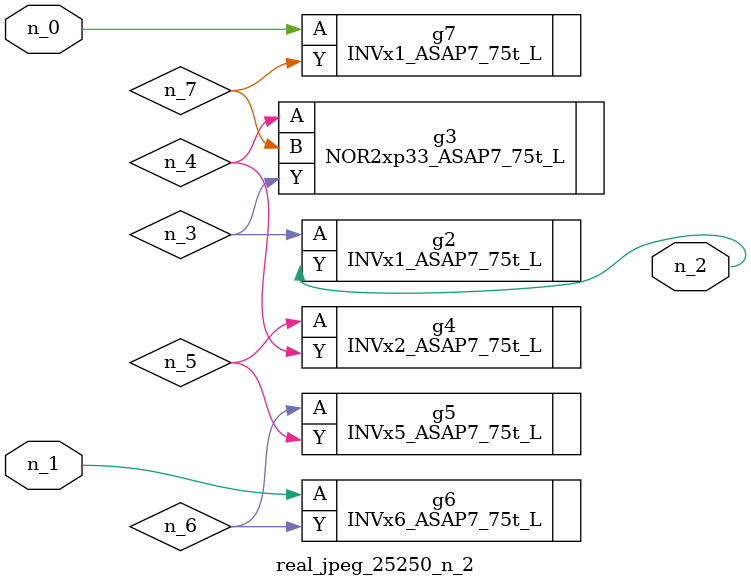
<source format=v>
module real_jpeg_25250_n_2 (n_1, n_0, n_2);

input n_1;
input n_0;

output n_2;

wire n_5;
wire n_4;
wire n_6;
wire n_7;
wire n_3;

INVx1_ASAP7_75t_L g7 ( 
.A(n_0),
.Y(n_7)
);

INVx6_ASAP7_75t_L g6 ( 
.A(n_1),
.Y(n_6)
);

INVx1_ASAP7_75t_L g2 ( 
.A(n_3),
.Y(n_2)
);

NOR2xp33_ASAP7_75t_L g3 ( 
.A(n_4),
.B(n_7),
.Y(n_3)
);

INVx2_ASAP7_75t_L g4 ( 
.A(n_5),
.Y(n_4)
);

INVx5_ASAP7_75t_L g5 ( 
.A(n_6),
.Y(n_5)
);


endmodule
</source>
